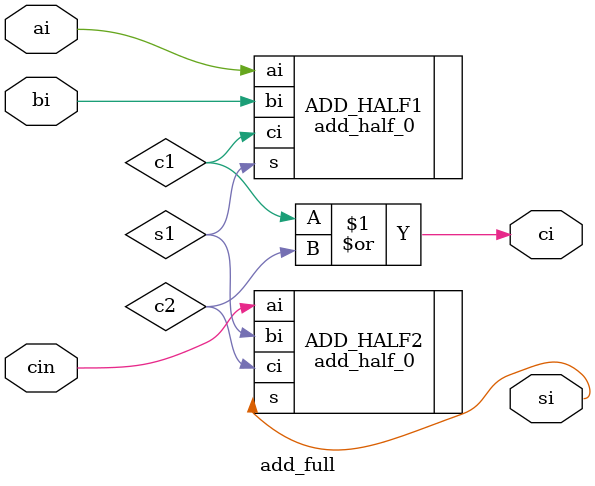
<source format=v>
`timescale 1ns / 1ps


module add_full(
    output si,
    output ci,
    input ai,
    input bi,
    input cin
    );
    wire s1;
    wire c1;
    wire c2;
    add_half_0 ADD_HALF1(.s(s1),.ci(c1),.ai(ai),.bi(bi));
    add_half_0 ADD_HALF2(.s(si),.ci(c2),.ai(cin),.bi(s1));
    or(ci,c1,c2);
endmodule

</source>
